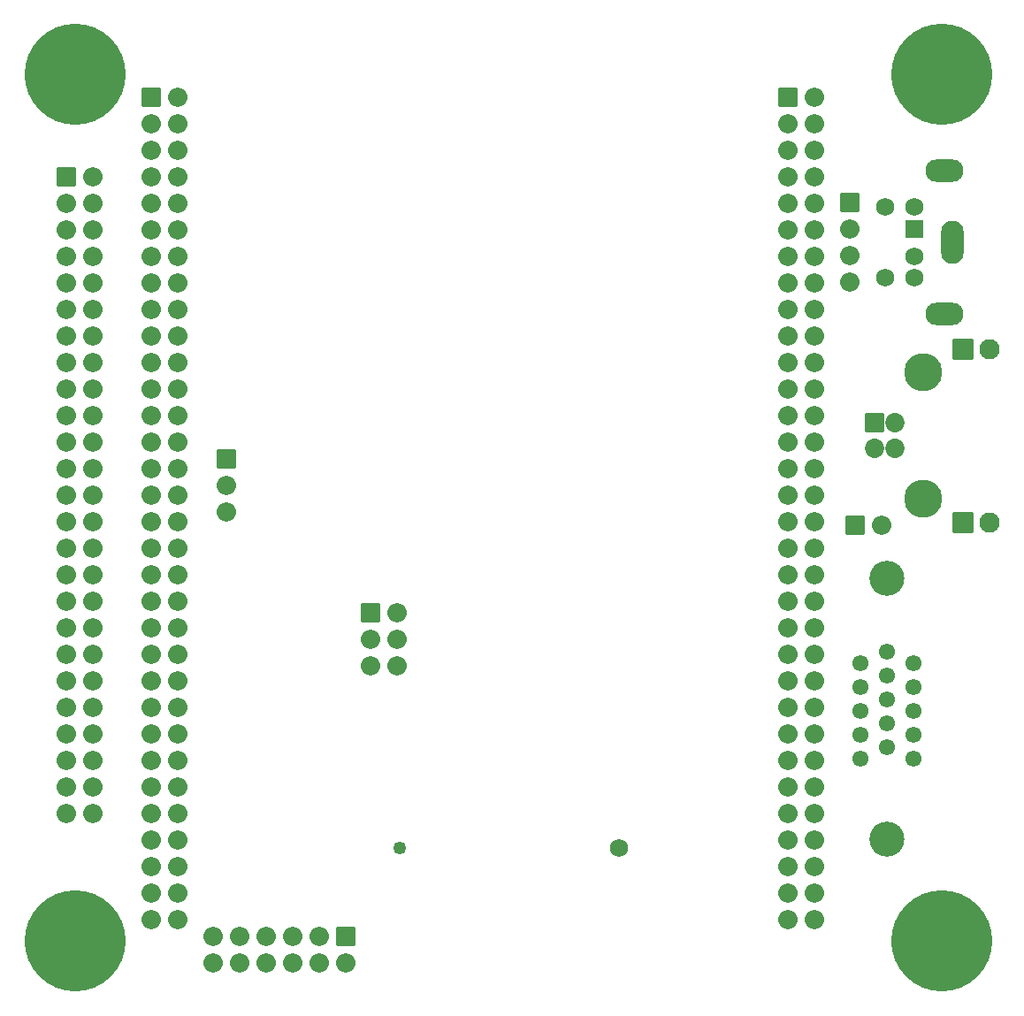
<source format=gbs>
G04 #@! TF.GenerationSoftware,KiCad,Pcbnew,(6.0.1)*
G04 #@! TF.CreationDate,2022-05-25T19:13:25-04:00*
G04 #@! TF.ProjectId,RETRO-65C816,52455452-4f2d-4363-9543-3831362e6b69,3*
G04 #@! TF.SameCoordinates,Original*
G04 #@! TF.FileFunction,Soldermask,Bot*
G04 #@! TF.FilePolarity,Negative*
%FSLAX46Y46*%
G04 Gerber Fmt 4.6, Leading zero omitted, Abs format (unit mm)*
G04 Created by KiCad (PCBNEW (6.0.1)) date 2022-05-25 19:13:25*
%MOMM*%
%LPD*%
G01*
G04 APERTURE LIST*
G04 Aperture macros list*
%AMRoundRect*
0 Rectangle with rounded corners*
0 $1 Rounding radius*
0 $2 $3 $4 $5 $6 $7 $8 $9 X,Y pos of 4 corners*
0 Add a 4 corners polygon primitive as box body*
4,1,4,$2,$3,$4,$5,$6,$7,$8,$9,$2,$3,0*
0 Add four circle primitives for the rounded corners*
1,1,$1+$1,$2,$3*
1,1,$1+$1,$4,$5*
1,1,$1+$1,$6,$7*
1,1,$1+$1,$8,$9*
0 Add four rect primitives between the rounded corners*
20,1,$1+$1,$2,$3,$4,$5,0*
20,1,$1+$1,$4,$5,$6,$7,0*
20,1,$1+$1,$6,$7,$8,$9,0*
20,1,$1+$1,$8,$9,$2,$3,0*%
G04 Aperture macros list end*
%ADD10RoundRect,0.076200X-0.850000X-0.850000X0.850000X-0.850000X0.850000X0.850000X-0.850000X0.850000X0*%
%ADD11C,1.852400*%
%ADD12C,3.652400*%
%ADD13C,1.952400*%
%ADD14RoundRect,0.076200X-0.900000X-0.900000X0.900000X-0.900000X0.900000X0.900000X-0.900000X0.900000X0*%
%ADD15O,1.852400X1.852400*%
%ADD16O,3.652400X2.152400*%
%ADD17RoundRect,0.076200X0.800000X-0.800000X0.800000X0.800000X-0.800000X0.800000X-0.800000X-0.800000X0*%
%ADD18C,1.752400*%
%ADD19O,2.152400X4.152400*%
%ADD20C,9.677400*%
%ADD21RoundRect,0.076200X0.850000X-0.850000X0.850000X0.850000X-0.850000X0.850000X-0.850000X-0.850000X0*%
%ADD22C,1.252400*%
%ADD23RoundRect,0.076200X-0.850000X0.850000X-0.850000X-0.850000X0.850000X-0.850000X0.850000X0.850000X0*%
%ADD24C,3.352400*%
%ADD25C,1.549400*%
G04 APERTURE END LIST*
D10*
X92532200Y-49326800D03*
D11*
X92532200Y-51826800D03*
X94532200Y-51826800D03*
X94532200Y-49326800D03*
D12*
X97242200Y-44556800D03*
X97242200Y-56596800D03*
D13*
X103555800Y-42291000D03*
D14*
X101015800Y-42291000D03*
D15*
X86790000Y-96906000D03*
X84250000Y-96906000D03*
X86790000Y-94366000D03*
X84250000Y-94366000D03*
X86790000Y-91826000D03*
X84250000Y-91826000D03*
X86790000Y-89286000D03*
X84250000Y-89286000D03*
X86790000Y-86746000D03*
X84250000Y-86746000D03*
X86790000Y-84206000D03*
X84250000Y-84206000D03*
X86790000Y-81666000D03*
X84250000Y-81666000D03*
X86790000Y-79126000D03*
X84250000Y-79126000D03*
X86790000Y-76586000D03*
X84250000Y-76586000D03*
X86790000Y-74046000D03*
X84250000Y-74046000D03*
X86790000Y-71506000D03*
X84250000Y-71506000D03*
X86790000Y-68966000D03*
X84250000Y-68966000D03*
X86790000Y-66426000D03*
X84250000Y-66426000D03*
X86790000Y-63886000D03*
X84250000Y-63886000D03*
X86790000Y-61346000D03*
X84250000Y-61346000D03*
X86790000Y-58806000D03*
X84250000Y-58806000D03*
X86790000Y-56266000D03*
X84250000Y-56266000D03*
X86790000Y-53726000D03*
X84250000Y-53726000D03*
X86790000Y-51186000D03*
X84250000Y-51186000D03*
X86790000Y-48646000D03*
X84250000Y-48646000D03*
X86790000Y-46106000D03*
X84250000Y-46106000D03*
X86790000Y-43566000D03*
X84250000Y-43566000D03*
X86790000Y-41026000D03*
X84250000Y-41026000D03*
X86790000Y-38486000D03*
X84250000Y-38486000D03*
X86790000Y-35946000D03*
X84250000Y-35946000D03*
X86790000Y-33406000D03*
X84250000Y-33406000D03*
X86790000Y-30866000D03*
X84250000Y-30866000D03*
X86790000Y-28326000D03*
X84250000Y-28326000D03*
X86790000Y-25786000D03*
X84250000Y-25786000D03*
X86790000Y-23246000D03*
X84250000Y-23246000D03*
X86790000Y-20706000D03*
X84250000Y-20706000D03*
X86790000Y-18166000D03*
D10*
X84250000Y-18166000D03*
D15*
X25850000Y-96906000D03*
X23310000Y-96906000D03*
X25850000Y-94366000D03*
X23310000Y-94366000D03*
X25850000Y-91826000D03*
X23310000Y-91826000D03*
X25850000Y-89286000D03*
X23310000Y-89286000D03*
X25850000Y-86746000D03*
X23310000Y-86746000D03*
X25850000Y-84206000D03*
X23310000Y-84206000D03*
X25850000Y-81666000D03*
X23310000Y-81666000D03*
X25850000Y-79126000D03*
X23310000Y-79126000D03*
X25850000Y-76586000D03*
X23310000Y-76586000D03*
X25850000Y-74046000D03*
X23310000Y-74046000D03*
X25850000Y-71506000D03*
X23310000Y-71506000D03*
X25850000Y-68966000D03*
X23310000Y-68966000D03*
X25850000Y-66426000D03*
X23310000Y-66426000D03*
X25850000Y-63886000D03*
X23310000Y-63886000D03*
X25850000Y-61346000D03*
X23310000Y-61346000D03*
X25850000Y-58806000D03*
X23310000Y-58806000D03*
X25850000Y-56266000D03*
X23310000Y-56266000D03*
X25850000Y-53726000D03*
X23310000Y-53726000D03*
X25850000Y-51186000D03*
X23310000Y-51186000D03*
X25850000Y-48646000D03*
X23310000Y-48646000D03*
X25850000Y-46106000D03*
X23310000Y-46106000D03*
X25850000Y-43566000D03*
X23310000Y-43566000D03*
X25850000Y-41026000D03*
X23310000Y-41026000D03*
X25850000Y-38486000D03*
X23310000Y-38486000D03*
X25850000Y-35946000D03*
X23310000Y-35946000D03*
X25850000Y-33406000D03*
X23310000Y-33406000D03*
X25850000Y-30866000D03*
X23310000Y-30866000D03*
X25850000Y-28326000D03*
X23310000Y-28326000D03*
X25850000Y-25786000D03*
X23310000Y-25786000D03*
X25850000Y-23246000D03*
X23310000Y-23246000D03*
X25850000Y-20706000D03*
X23310000Y-20706000D03*
X25850000Y-18166000D03*
D10*
X23310000Y-18166000D03*
D16*
X99250000Y-38950000D03*
X99250000Y-25250000D03*
D17*
X96400000Y-30800000D03*
D18*
X96400000Y-33400000D03*
X96400000Y-28700000D03*
X96400000Y-35500000D03*
X93600000Y-28700000D03*
X93600000Y-35500000D03*
D19*
X100050000Y-32100000D03*
D20*
X16000000Y-16000000D03*
X99000000Y-16000000D03*
X16000000Y-99000000D03*
X99000000Y-99000000D03*
D15*
X93218000Y-59182000D03*
D21*
X90678000Y-59182000D03*
D15*
X90200000Y-35920000D03*
X90200000Y-33380000D03*
X90200000Y-30840000D03*
D10*
X90200000Y-28300000D03*
X15140000Y-25800000D03*
D15*
X17680000Y-25800000D03*
X15140000Y-28340000D03*
X17680000Y-28340000D03*
X15140000Y-30880000D03*
X17680000Y-30880000D03*
X15140000Y-33420000D03*
X17680000Y-33420000D03*
X15140000Y-35960000D03*
X17680000Y-35960000D03*
X15140000Y-38500000D03*
X17680000Y-38500000D03*
X15140000Y-41040000D03*
X17680000Y-41040000D03*
X15140000Y-43580000D03*
X17680000Y-43580000D03*
X15140000Y-46120000D03*
X17680000Y-46120000D03*
X15140000Y-48660000D03*
X17680000Y-48660000D03*
X15140000Y-51200000D03*
X17680000Y-51200000D03*
X15140000Y-53740000D03*
X17680000Y-53740000D03*
X15140000Y-56280000D03*
X17680000Y-56280000D03*
X15140000Y-58820000D03*
X17680000Y-58820000D03*
X15140000Y-61360000D03*
X17680000Y-61360000D03*
X15140000Y-63900000D03*
X17680000Y-63900000D03*
X15140000Y-66440000D03*
X17680000Y-66440000D03*
X15140000Y-68980000D03*
X17680000Y-68980000D03*
X15140000Y-71520000D03*
X17680000Y-71520000D03*
X15140000Y-74060000D03*
X17680000Y-74060000D03*
X15140000Y-76600000D03*
X17680000Y-76600000D03*
X15140000Y-79140000D03*
X17680000Y-79140000D03*
X15140000Y-81680000D03*
X17680000Y-81680000D03*
X15140000Y-84220000D03*
X17680000Y-84220000D03*
X15140000Y-86760000D03*
X17680000Y-86760000D03*
D18*
X68079000Y-90043000D03*
D22*
X47079000Y-90043000D03*
D10*
X30480000Y-52832000D03*
D15*
X30480000Y-55372000D03*
X30480000Y-57912000D03*
D23*
X41910000Y-98552000D03*
D15*
X41910000Y-101092000D03*
X39370000Y-98552000D03*
X39370000Y-101092000D03*
X36830000Y-98552000D03*
X36830000Y-101092000D03*
X34290000Y-98552000D03*
X34290000Y-101092000D03*
X31750000Y-98552000D03*
X31750000Y-101092000D03*
X29210000Y-98552000D03*
X29210000Y-101092000D03*
D24*
X93779340Y-64213740D03*
D25*
X91239340Y-76974700D03*
X91239340Y-74688700D03*
X91239340Y-72397620D03*
X91239340Y-79268320D03*
X91239340Y-81556860D03*
X93779340Y-78122780D03*
X93779340Y-75834240D03*
X93779340Y-73543160D03*
X93779340Y-71252080D03*
D24*
X93779340Y-89202260D03*
D25*
X93779340Y-80413860D03*
X96319340Y-72397620D03*
X96319340Y-74688700D03*
X96316800Y-76977240D03*
X96319340Y-79268320D03*
X96319340Y-81556860D03*
D10*
X44261000Y-67579000D03*
D15*
X46801000Y-67579000D03*
X44261000Y-70119000D03*
X46801000Y-70119000D03*
X44261000Y-72659000D03*
X46801000Y-72659000D03*
D14*
X100990400Y-58953400D03*
D13*
X103530400Y-58953400D03*
M02*

</source>
